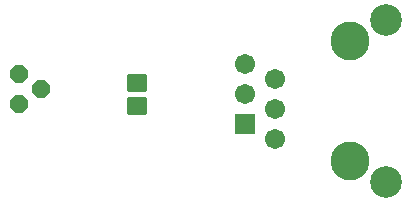
<source format=gts>
G04 #@! TF.GenerationSoftware,KiCad,Pcbnew,7.0.2*
G04 #@! TF.CreationDate,2024-01-01T15:40:13-07:00*
G04 #@! TF.ProjectId,Temp Sensor Board 1,54656d70-2053-4656-9e73-6f7220426f61,rev?*
G04 #@! TF.SameCoordinates,Original*
G04 #@! TF.FileFunction,Soldermask,Top*
G04 #@! TF.FilePolarity,Negative*
%FSLAX46Y46*%
G04 Gerber Fmt 4.6, Leading zero omitted, Abs format (unit mm)*
G04 Created by KiCad (PCBNEW 7.0.2) date 2024-01-01 15:40:13*
%MOMM*%
%LPD*%
G01*
G04 APERTURE LIST*
G04 Aperture macros list*
%AMRoundRect*
0 Rectangle with rounded corners*
0 $1 Rounding radius*
0 $2 $3 $4 $5 $6 $7 $8 $9 X,Y pos of 4 corners*
0 Add a 4 corners polygon primitive as box body*
4,1,4,$2,$3,$4,$5,$6,$7,$8,$9,$2,$3,0*
0 Add four circle primitives for the rounded corners*
1,1,$1+$1,$2,$3*
1,1,$1+$1,$4,$5*
1,1,$1+$1,$6,$7*
1,1,$1+$1,$8,$9*
0 Add four rect primitives between the rounded corners*
20,1,$1+$1,$2,$3,$4,$5,0*
20,1,$1+$1,$4,$5,$6,$7,0*
20,1,$1+$1,$6,$7,$8,$9,0*
20,1,$1+$1,$8,$9,$2,$3,0*%
%AMFreePoly0*
4,1,25,0.333266,0.742596,0.345389,0.732242,0.732242,0.345389,0.760749,0.289441,0.762000,0.273547,0.762000,-0.273547,0.742596,-0.333266,0.732242,-0.345389,0.345389,-0.732242,0.289441,-0.760749,0.273547,-0.762000,-0.273547,-0.762000,-0.333266,-0.742596,-0.345389,-0.732242,-0.732242,-0.345389,-0.760749,-0.289441,-0.762000,-0.273547,-0.762000,0.273547,-0.742596,0.333266,-0.732242,0.345389,
-0.345389,0.732242,-0.289441,0.760749,-0.273547,0.762000,0.273547,0.762000,0.333266,0.742596,0.333266,0.742596,$1*%
G04 Aperture macros list end*
%ADD10C,2.678200*%
%ADD11C,1.711200*%
%ADD12RoundRect,0.101600X0.754000X-0.754000X0.754000X0.754000X-0.754000X0.754000X-0.754000X-0.754000X0*%
%ADD13C,3.300000*%
%ADD14FreePoly0,270.000000*%
%ADD15RoundRect,0.101600X-0.750000X0.650000X-0.750000X-0.650000X0.750000X-0.650000X0.750000X0.650000X0*%
G04 APERTURE END LIST*
D10*
X153291000Y-76711000D03*
X153291000Y-90431000D03*
D11*
X143891000Y-81661000D03*
X143891000Y-84201000D03*
X143891000Y-86741000D03*
X141351000Y-80391000D03*
X141351000Y-82931000D03*
D12*
X141351000Y-85471000D03*
D13*
X150241000Y-78491000D03*
X150241000Y-88651000D03*
D14*
X122174000Y-81280000D03*
X124079000Y-82550000D03*
X122174000Y-83820000D03*
D15*
X132207000Y-82047000D03*
X132207000Y-83947000D03*
M02*

</source>
